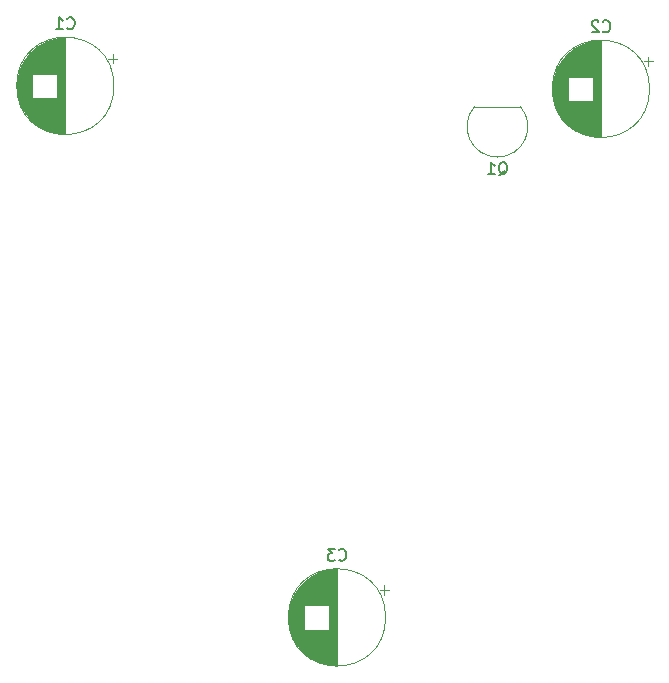
<source format=gbr>
%TF.GenerationSoftware,KiCad,Pcbnew,8.0.2*%
%TF.CreationDate,2026-02-07T14:26:08+01:00*%
%TF.ProjectId,konstantynopolitanczykowianeczka_zamieszkujaca_konstantynopol,6b6f6e73-7461-46e7-9479-6e6f706f6c69,1*%
%TF.SameCoordinates,Original*%
%TF.FileFunction,Legend,Bot*%
%TF.FilePolarity,Positive*%
%FSLAX46Y46*%
G04 Gerber Fmt 4.6, Leading zero omitted, Abs format (unit mm)*
G04 Created by KiCad (PCBNEW 8.0.2) date 2026-02-07 14:26:08*
%MOMM*%
%LPD*%
G01*
G04 APERTURE LIST*
%ADD10C,0.150000*%
%ADD11C,0.120000*%
G04 APERTURE END LIST*
D10*
X113970206Y-58310057D02*
X114065444Y-58262438D01*
X114065444Y-58262438D02*
X114160682Y-58167200D01*
X114160682Y-58167200D02*
X114303539Y-58024342D01*
X114303539Y-58024342D02*
X114398777Y-57976723D01*
X114398777Y-57976723D02*
X114494015Y-57976723D01*
X114446396Y-58214819D02*
X114541634Y-58167200D01*
X114541634Y-58167200D02*
X114636872Y-58071961D01*
X114636872Y-58071961D02*
X114684491Y-57881485D01*
X114684491Y-57881485D02*
X114684491Y-57548152D01*
X114684491Y-57548152D02*
X114636872Y-57357676D01*
X114636872Y-57357676D02*
X114541634Y-57262438D01*
X114541634Y-57262438D02*
X114446396Y-57214819D01*
X114446396Y-57214819D02*
X114255920Y-57214819D01*
X114255920Y-57214819D02*
X114160682Y-57262438D01*
X114160682Y-57262438D02*
X114065444Y-57357676D01*
X114065444Y-57357676D02*
X114017825Y-57548152D01*
X114017825Y-57548152D02*
X114017825Y-57881485D01*
X114017825Y-57881485D02*
X114065444Y-58071961D01*
X114065444Y-58071961D02*
X114160682Y-58167200D01*
X114160682Y-58167200D02*
X114255920Y-58214819D01*
X114255920Y-58214819D02*
X114446396Y-58214819D01*
X113065444Y-58214819D02*
X113636872Y-58214819D01*
X113351158Y-58214819D02*
X113351158Y-57214819D01*
X113351158Y-57214819D02*
X113446396Y-57357676D01*
X113446396Y-57357676D02*
X113541634Y-57452914D01*
X113541634Y-57452914D02*
X113636872Y-57500533D01*
X100454285Y-90859580D02*
X100501904Y-90907200D01*
X100501904Y-90907200D02*
X100644761Y-90954819D01*
X100644761Y-90954819D02*
X100739999Y-90954819D01*
X100739999Y-90954819D02*
X100882856Y-90907200D01*
X100882856Y-90907200D02*
X100978094Y-90811961D01*
X100978094Y-90811961D02*
X101025713Y-90716723D01*
X101025713Y-90716723D02*
X101073332Y-90526247D01*
X101073332Y-90526247D02*
X101073332Y-90383390D01*
X101073332Y-90383390D02*
X101025713Y-90192914D01*
X101025713Y-90192914D02*
X100978094Y-90097676D01*
X100978094Y-90097676D02*
X100882856Y-90002438D01*
X100882856Y-90002438D02*
X100739999Y-89954819D01*
X100739999Y-89954819D02*
X100644761Y-89954819D01*
X100644761Y-89954819D02*
X100501904Y-90002438D01*
X100501904Y-90002438D02*
X100454285Y-90050057D01*
X100120951Y-89954819D02*
X99501904Y-89954819D01*
X99501904Y-89954819D02*
X99835237Y-90335771D01*
X99835237Y-90335771D02*
X99692380Y-90335771D01*
X99692380Y-90335771D02*
X99597142Y-90383390D01*
X99597142Y-90383390D02*
X99549523Y-90431009D01*
X99549523Y-90431009D02*
X99501904Y-90526247D01*
X99501904Y-90526247D02*
X99501904Y-90764342D01*
X99501904Y-90764342D02*
X99549523Y-90859580D01*
X99549523Y-90859580D02*
X99597142Y-90907200D01*
X99597142Y-90907200D02*
X99692380Y-90954819D01*
X99692380Y-90954819D02*
X99978094Y-90954819D01*
X99978094Y-90954819D02*
X100073332Y-90907200D01*
X100073332Y-90907200D02*
X100120951Y-90859580D01*
X122801634Y-46109580D02*
X122849253Y-46157200D01*
X122849253Y-46157200D02*
X122992110Y-46204819D01*
X122992110Y-46204819D02*
X123087348Y-46204819D01*
X123087348Y-46204819D02*
X123230205Y-46157200D01*
X123230205Y-46157200D02*
X123325443Y-46061961D01*
X123325443Y-46061961D02*
X123373062Y-45966723D01*
X123373062Y-45966723D02*
X123420681Y-45776247D01*
X123420681Y-45776247D02*
X123420681Y-45633390D01*
X123420681Y-45633390D02*
X123373062Y-45442914D01*
X123373062Y-45442914D02*
X123325443Y-45347676D01*
X123325443Y-45347676D02*
X123230205Y-45252438D01*
X123230205Y-45252438D02*
X123087348Y-45204819D01*
X123087348Y-45204819D02*
X122992110Y-45204819D01*
X122992110Y-45204819D02*
X122849253Y-45252438D01*
X122849253Y-45252438D02*
X122801634Y-45300057D01*
X122420681Y-45300057D02*
X122373062Y-45252438D01*
X122373062Y-45252438D02*
X122277824Y-45204819D01*
X122277824Y-45204819D02*
X122039729Y-45204819D01*
X122039729Y-45204819D02*
X121944491Y-45252438D01*
X121944491Y-45252438D02*
X121896872Y-45300057D01*
X121896872Y-45300057D02*
X121849253Y-45395295D01*
X121849253Y-45395295D02*
X121849253Y-45490533D01*
X121849253Y-45490533D02*
X121896872Y-45633390D01*
X121896872Y-45633390D02*
X122468300Y-46204819D01*
X122468300Y-46204819D02*
X121849253Y-46204819D01*
X77454285Y-45859580D02*
X77501904Y-45907200D01*
X77501904Y-45907200D02*
X77644761Y-45954819D01*
X77644761Y-45954819D02*
X77739999Y-45954819D01*
X77739999Y-45954819D02*
X77882856Y-45907200D01*
X77882856Y-45907200D02*
X77978094Y-45811961D01*
X77978094Y-45811961D02*
X78025713Y-45716723D01*
X78025713Y-45716723D02*
X78073332Y-45526247D01*
X78073332Y-45526247D02*
X78073332Y-45383390D01*
X78073332Y-45383390D02*
X78025713Y-45192914D01*
X78025713Y-45192914D02*
X77978094Y-45097676D01*
X77978094Y-45097676D02*
X77882856Y-45002438D01*
X77882856Y-45002438D02*
X77739999Y-44954819D01*
X77739999Y-44954819D02*
X77644761Y-44954819D01*
X77644761Y-44954819D02*
X77501904Y-45002438D01*
X77501904Y-45002438D02*
X77454285Y-45050057D01*
X76501904Y-45954819D02*
X77073332Y-45954819D01*
X76787618Y-45954819D02*
X76787618Y-44954819D01*
X76787618Y-44954819D02*
X76882856Y-45097676D01*
X76882856Y-45097676D02*
X76978094Y-45192914D01*
X76978094Y-45192914D02*
X77073332Y-45240533D01*
D11*
%TO.C,Q1*%
X115784968Y-52500000D02*
X111934968Y-52500000D01*
X115823579Y-52509878D02*
G75*
G02*
X111934968Y-52500000I-1948611J-1690122D01*
G01*
%TO.C,C3*%
X103897317Y-93435000D02*
X104697317Y-93435000D01*
X104297317Y-93835000D02*
X104297317Y-93035000D01*
X100287619Y-99830000D02*
X100287619Y-91670000D01*
X100247619Y-99830000D02*
X100247619Y-91670000D01*
X100207619Y-99830000D02*
X100207619Y-91670000D01*
X100167619Y-99829000D02*
X100167619Y-91671000D01*
X100127619Y-99827000D02*
X100127619Y-91673000D01*
X100087619Y-99826000D02*
X100087619Y-91674000D01*
X100047619Y-99824000D02*
X100047619Y-91676000D01*
X100007619Y-99821000D02*
X100007619Y-91679000D01*
X99967619Y-99818000D02*
X99967619Y-91682000D01*
X99927619Y-99815000D02*
X99927619Y-91685000D01*
X99887619Y-99811000D02*
X99887619Y-91689000D01*
X99847619Y-99807000D02*
X99847619Y-91693000D01*
X99807619Y-99802000D02*
X99807619Y-91698000D01*
X99767619Y-99798000D02*
X99767619Y-91702000D01*
X99727619Y-99792000D02*
X99727619Y-91708000D01*
X99687619Y-99787000D02*
X99687619Y-91713000D01*
X99647619Y-99780000D02*
X99647619Y-91720000D01*
X99607619Y-99774000D02*
X99607619Y-91726000D01*
X99566619Y-94710000D02*
X99566619Y-91733000D01*
X99566619Y-99767000D02*
X99566619Y-96790000D01*
X99526619Y-94710000D02*
X99526619Y-91740000D01*
X99526619Y-99760000D02*
X99526619Y-96790000D01*
X99486619Y-94710000D02*
X99486619Y-91748000D01*
X99486619Y-99752000D02*
X99486619Y-96790000D01*
X99446619Y-94710000D02*
X99446619Y-91756000D01*
X99446619Y-99744000D02*
X99446619Y-96790000D01*
X99406619Y-94710000D02*
X99406619Y-91765000D01*
X99406619Y-99735000D02*
X99406619Y-96790000D01*
X99366619Y-94710000D02*
X99366619Y-91774000D01*
X99366619Y-99726000D02*
X99366619Y-96790000D01*
X99326619Y-94710000D02*
X99326619Y-91783000D01*
X99326619Y-99717000D02*
X99326619Y-96790000D01*
X99286619Y-94710000D02*
X99286619Y-91793000D01*
X99286619Y-99707000D02*
X99286619Y-96790000D01*
X99246619Y-94710000D02*
X99246619Y-91803000D01*
X99246619Y-99697000D02*
X99246619Y-96790000D01*
X99206619Y-94710000D02*
X99206619Y-91814000D01*
X99206619Y-99686000D02*
X99206619Y-96790000D01*
X99166619Y-94710000D02*
X99166619Y-91825000D01*
X99166619Y-99675000D02*
X99166619Y-96790000D01*
X99126619Y-94710000D02*
X99126619Y-91836000D01*
X99126619Y-99664000D02*
X99126619Y-96790000D01*
X99086619Y-94710000D02*
X99086619Y-91848000D01*
X99086619Y-99652000D02*
X99086619Y-96790000D01*
X99046619Y-94710000D02*
X99046619Y-91861000D01*
X99046619Y-99639000D02*
X99046619Y-96790000D01*
X99006619Y-94710000D02*
X99006619Y-91873000D01*
X99006619Y-99627000D02*
X99006619Y-96790000D01*
X98966619Y-94710000D02*
X98966619Y-91887000D01*
X98966619Y-99613000D02*
X98966619Y-96790000D01*
X98926619Y-94710000D02*
X98926619Y-91900000D01*
X98926619Y-99600000D02*
X98926619Y-96790000D01*
X98886619Y-94710000D02*
X98886619Y-91915000D01*
X98886619Y-99585000D02*
X98886619Y-96790000D01*
X98846619Y-94710000D02*
X98846619Y-91929000D01*
X98846619Y-99571000D02*
X98846619Y-96790000D01*
X98806619Y-94710000D02*
X98806619Y-91945000D01*
X98806619Y-99555000D02*
X98806619Y-96790000D01*
X98766619Y-94710000D02*
X98766619Y-91960000D01*
X98766619Y-99540000D02*
X98766619Y-96790000D01*
X98726619Y-94710000D02*
X98726619Y-91976000D01*
X98726619Y-99524000D02*
X98726619Y-96790000D01*
X98686619Y-94710000D02*
X98686619Y-91993000D01*
X98686619Y-99507000D02*
X98686619Y-96790000D01*
X98646619Y-94710000D02*
X98646619Y-92010000D01*
X98646619Y-99490000D02*
X98646619Y-96790000D01*
X98606619Y-94710000D02*
X98606619Y-92028000D01*
X98606619Y-99472000D02*
X98606619Y-96790000D01*
X98566619Y-94710000D02*
X98566619Y-92046000D01*
X98566619Y-99454000D02*
X98566619Y-96790000D01*
X98526619Y-94710000D02*
X98526619Y-92064000D01*
X98526619Y-99436000D02*
X98526619Y-96790000D01*
X98486619Y-94710000D02*
X98486619Y-92084000D01*
X98486619Y-99416000D02*
X98486619Y-96790000D01*
X98446619Y-94710000D02*
X98446619Y-92103000D01*
X98446619Y-99397000D02*
X98446619Y-96790000D01*
X98406619Y-94710000D02*
X98406619Y-92123000D01*
X98406619Y-99377000D02*
X98406619Y-96790000D01*
X98366619Y-94710000D02*
X98366619Y-92144000D01*
X98366619Y-99356000D02*
X98366619Y-96790000D01*
X98326619Y-94710000D02*
X98326619Y-92166000D01*
X98326619Y-99334000D02*
X98326619Y-96790000D01*
X98286619Y-94710000D02*
X98286619Y-92188000D01*
X98286619Y-99312000D02*
X98286619Y-96790000D01*
X98246619Y-94710000D02*
X98246619Y-92210000D01*
X98246619Y-99290000D02*
X98246619Y-96790000D01*
X98206619Y-94710000D02*
X98206619Y-92233000D01*
X98206619Y-99267000D02*
X98206619Y-96790000D01*
X98166619Y-94710000D02*
X98166619Y-92257000D01*
X98166619Y-99243000D02*
X98166619Y-96790000D01*
X98126619Y-94710000D02*
X98126619Y-92281000D01*
X98126619Y-99219000D02*
X98126619Y-96790000D01*
X98086619Y-94710000D02*
X98086619Y-92306000D01*
X98086619Y-99194000D02*
X98086619Y-96790000D01*
X98046619Y-94710000D02*
X98046619Y-92332000D01*
X98046619Y-99168000D02*
X98046619Y-96790000D01*
X98006619Y-94710000D02*
X98006619Y-92358000D01*
X98006619Y-99142000D02*
X98006619Y-96790000D01*
X97966619Y-94710000D02*
X97966619Y-92385000D01*
X97966619Y-99115000D02*
X97966619Y-96790000D01*
X97926619Y-94710000D02*
X97926619Y-92412000D01*
X97926619Y-99088000D02*
X97926619Y-96790000D01*
X97886619Y-94710000D02*
X97886619Y-92441000D01*
X97886619Y-99059000D02*
X97886619Y-96790000D01*
X97846619Y-94710000D02*
X97846619Y-92470000D01*
X97846619Y-99030000D02*
X97846619Y-96790000D01*
X97806619Y-94710000D02*
X97806619Y-92500000D01*
X97806619Y-99000000D02*
X97806619Y-96790000D01*
X97766619Y-94710000D02*
X97766619Y-92530000D01*
X97766619Y-98970000D02*
X97766619Y-96790000D01*
X97726619Y-94710000D02*
X97726619Y-92561000D01*
X97726619Y-98939000D02*
X97726619Y-96790000D01*
X97686619Y-94710000D02*
X97686619Y-92594000D01*
X97686619Y-98906000D02*
X97686619Y-96790000D01*
X97646619Y-94710000D02*
X97646619Y-92626000D01*
X97646619Y-98874000D02*
X97646619Y-96790000D01*
X97606619Y-94710000D02*
X97606619Y-92660000D01*
X97606619Y-98840000D02*
X97606619Y-96790000D01*
X97566619Y-94710000D02*
X97566619Y-92695000D01*
X97566619Y-98805000D02*
X97566619Y-96790000D01*
X97526619Y-94710000D02*
X97526619Y-92731000D01*
X97526619Y-98769000D02*
X97526619Y-96790000D01*
X97486619Y-98733000D02*
X97486619Y-92767000D01*
X97446619Y-98695000D02*
X97446619Y-92805000D01*
X97406619Y-98657000D02*
X97406619Y-92843000D01*
X97366619Y-98617000D02*
X97366619Y-92883000D01*
X97326619Y-98576000D02*
X97326619Y-92924000D01*
X97286619Y-98534000D02*
X97286619Y-92966000D01*
X97246619Y-98491000D02*
X97246619Y-93009000D01*
X97206619Y-98447000D02*
X97206619Y-93053000D01*
X97166619Y-98401000D02*
X97166619Y-93099000D01*
X97126619Y-98354000D02*
X97126619Y-93146000D01*
X97086619Y-98306000D02*
X97086619Y-93194000D01*
X97046619Y-98255000D02*
X97046619Y-93245000D01*
X97006619Y-98204000D02*
X97006619Y-93296000D01*
X96966619Y-98150000D02*
X96966619Y-93350000D01*
X96926619Y-98095000D02*
X96926619Y-93405000D01*
X96886619Y-98037000D02*
X96886619Y-93463000D01*
X96846619Y-97978000D02*
X96846619Y-93522000D01*
X96806619Y-97916000D02*
X96806619Y-93584000D01*
X96766619Y-97852000D02*
X96766619Y-93648000D01*
X96726619Y-97784000D02*
X96726619Y-93716000D01*
X96686619Y-97714000D02*
X96686619Y-93786000D01*
X96646619Y-97640000D02*
X96646619Y-93860000D01*
X96606619Y-97563000D02*
X96606619Y-93937000D01*
X96566619Y-97481000D02*
X96566619Y-94019000D01*
X96526619Y-97395000D02*
X96526619Y-94105000D01*
X96486619Y-97302000D02*
X96486619Y-94198000D01*
X96446619Y-97203000D02*
X96446619Y-94297000D01*
X96406619Y-97096000D02*
X96406619Y-94404000D01*
X96366619Y-96979000D02*
X96366619Y-94521000D01*
X96326619Y-96848000D02*
X96326619Y-94652000D01*
X96286619Y-96698000D02*
X96286619Y-94802000D01*
X96246619Y-96518000D02*
X96246619Y-94982000D01*
X96206619Y-96283000D02*
X96206619Y-95217000D01*
X104407619Y-95750000D02*
G75*
G02*
X96167619Y-95750000I-4120000J0D01*
G01*
X96167619Y-95750000D02*
G75*
G02*
X104407619Y-95750000I4120000J0D01*
G01*
%TO.C,C2*%
X126244666Y-48685000D02*
X127044666Y-48685000D01*
X126644666Y-49085000D02*
X126644666Y-48285000D01*
X122634968Y-55080000D02*
X122634968Y-46920000D01*
X122594968Y-55080000D02*
X122594968Y-46920000D01*
X122554968Y-55080000D02*
X122554968Y-46920000D01*
X122514968Y-55079000D02*
X122514968Y-46921000D01*
X122474968Y-55077000D02*
X122474968Y-46923000D01*
X122434968Y-55076000D02*
X122434968Y-46924000D01*
X122394968Y-55074000D02*
X122394968Y-46926000D01*
X122354968Y-55071000D02*
X122354968Y-46929000D01*
X122314968Y-55068000D02*
X122314968Y-46932000D01*
X122274968Y-55065000D02*
X122274968Y-46935000D01*
X122234968Y-55061000D02*
X122234968Y-46939000D01*
X122194968Y-55057000D02*
X122194968Y-46943000D01*
X122154968Y-55052000D02*
X122154968Y-46948000D01*
X122114968Y-55048000D02*
X122114968Y-46952000D01*
X122074968Y-55042000D02*
X122074968Y-46958000D01*
X122034968Y-55037000D02*
X122034968Y-46963000D01*
X121994968Y-55030000D02*
X121994968Y-46970000D01*
X121954968Y-55024000D02*
X121954968Y-46976000D01*
X121913968Y-49960000D02*
X121913968Y-46983000D01*
X121913968Y-55017000D02*
X121913968Y-52040000D01*
X121873968Y-49960000D02*
X121873968Y-46990000D01*
X121873968Y-55010000D02*
X121873968Y-52040000D01*
X121833968Y-49960000D02*
X121833968Y-46998000D01*
X121833968Y-55002000D02*
X121833968Y-52040000D01*
X121793968Y-49960000D02*
X121793968Y-47006000D01*
X121793968Y-54994000D02*
X121793968Y-52040000D01*
X121753968Y-49960000D02*
X121753968Y-47015000D01*
X121753968Y-54985000D02*
X121753968Y-52040000D01*
X121713968Y-49960000D02*
X121713968Y-47024000D01*
X121713968Y-54976000D02*
X121713968Y-52040000D01*
X121673968Y-49960000D02*
X121673968Y-47033000D01*
X121673968Y-54967000D02*
X121673968Y-52040000D01*
X121633968Y-49960000D02*
X121633968Y-47043000D01*
X121633968Y-54957000D02*
X121633968Y-52040000D01*
X121593968Y-49960000D02*
X121593968Y-47053000D01*
X121593968Y-54947000D02*
X121593968Y-52040000D01*
X121553968Y-49960000D02*
X121553968Y-47064000D01*
X121553968Y-54936000D02*
X121553968Y-52040000D01*
X121513968Y-49960000D02*
X121513968Y-47075000D01*
X121513968Y-54925000D02*
X121513968Y-52040000D01*
X121473968Y-49960000D02*
X121473968Y-47086000D01*
X121473968Y-54914000D02*
X121473968Y-52040000D01*
X121433968Y-49960000D02*
X121433968Y-47098000D01*
X121433968Y-54902000D02*
X121433968Y-52040000D01*
X121393968Y-49960000D02*
X121393968Y-47111000D01*
X121393968Y-54889000D02*
X121393968Y-52040000D01*
X121353968Y-49960000D02*
X121353968Y-47123000D01*
X121353968Y-54877000D02*
X121353968Y-52040000D01*
X121313968Y-49960000D02*
X121313968Y-47137000D01*
X121313968Y-54863000D02*
X121313968Y-52040000D01*
X121273968Y-49960000D02*
X121273968Y-47150000D01*
X121273968Y-54850000D02*
X121273968Y-52040000D01*
X121233968Y-49960000D02*
X121233968Y-47165000D01*
X121233968Y-54835000D02*
X121233968Y-52040000D01*
X121193968Y-49960000D02*
X121193968Y-47179000D01*
X121193968Y-54821000D02*
X121193968Y-52040000D01*
X121153968Y-49960000D02*
X121153968Y-47195000D01*
X121153968Y-54805000D02*
X121153968Y-52040000D01*
X121113968Y-49960000D02*
X121113968Y-47210000D01*
X121113968Y-54790000D02*
X121113968Y-52040000D01*
X121073968Y-49960000D02*
X121073968Y-47226000D01*
X121073968Y-54774000D02*
X121073968Y-52040000D01*
X121033968Y-49960000D02*
X121033968Y-47243000D01*
X121033968Y-54757000D02*
X121033968Y-52040000D01*
X120993968Y-49960000D02*
X120993968Y-47260000D01*
X120993968Y-54740000D02*
X120993968Y-52040000D01*
X120953968Y-49960000D02*
X120953968Y-47278000D01*
X120953968Y-54722000D02*
X120953968Y-52040000D01*
X120913968Y-49960000D02*
X120913968Y-47296000D01*
X120913968Y-54704000D02*
X120913968Y-52040000D01*
X120873968Y-49960000D02*
X120873968Y-47314000D01*
X120873968Y-54686000D02*
X120873968Y-52040000D01*
X120833968Y-49960000D02*
X120833968Y-47334000D01*
X120833968Y-54666000D02*
X120833968Y-52040000D01*
X120793968Y-49960000D02*
X120793968Y-47353000D01*
X120793968Y-54647000D02*
X120793968Y-52040000D01*
X120753968Y-49960000D02*
X120753968Y-47373000D01*
X120753968Y-54627000D02*
X120753968Y-52040000D01*
X120713968Y-49960000D02*
X120713968Y-47394000D01*
X120713968Y-54606000D02*
X120713968Y-52040000D01*
X120673968Y-49960000D02*
X120673968Y-47416000D01*
X120673968Y-54584000D02*
X120673968Y-52040000D01*
X120633968Y-49960000D02*
X120633968Y-47438000D01*
X120633968Y-54562000D02*
X120633968Y-52040000D01*
X120593968Y-49960000D02*
X120593968Y-47460000D01*
X120593968Y-54540000D02*
X120593968Y-52040000D01*
X120553968Y-49960000D02*
X120553968Y-47483000D01*
X120553968Y-54517000D02*
X120553968Y-52040000D01*
X120513968Y-49960000D02*
X120513968Y-47507000D01*
X120513968Y-54493000D02*
X120513968Y-52040000D01*
X120473968Y-49960000D02*
X120473968Y-47531000D01*
X120473968Y-54469000D02*
X120473968Y-52040000D01*
X120433968Y-49960000D02*
X120433968Y-47556000D01*
X120433968Y-54444000D02*
X120433968Y-52040000D01*
X120393968Y-49960000D02*
X120393968Y-47582000D01*
X120393968Y-54418000D02*
X120393968Y-52040000D01*
X120353968Y-49960000D02*
X120353968Y-47608000D01*
X120353968Y-54392000D02*
X120353968Y-52040000D01*
X120313968Y-49960000D02*
X120313968Y-47635000D01*
X120313968Y-54365000D02*
X120313968Y-52040000D01*
X120273968Y-49960000D02*
X120273968Y-47662000D01*
X120273968Y-54338000D02*
X120273968Y-52040000D01*
X120233968Y-49960000D02*
X120233968Y-47691000D01*
X120233968Y-54309000D02*
X120233968Y-52040000D01*
X120193968Y-49960000D02*
X120193968Y-47720000D01*
X120193968Y-54280000D02*
X120193968Y-52040000D01*
X120153968Y-49960000D02*
X120153968Y-47750000D01*
X120153968Y-54250000D02*
X120153968Y-52040000D01*
X120113968Y-49960000D02*
X120113968Y-47780000D01*
X120113968Y-54220000D02*
X120113968Y-52040000D01*
X120073968Y-49960000D02*
X120073968Y-47811000D01*
X120073968Y-54189000D02*
X120073968Y-52040000D01*
X120033968Y-49960000D02*
X120033968Y-47844000D01*
X120033968Y-54156000D02*
X120033968Y-52040000D01*
X119993968Y-49960000D02*
X119993968Y-47876000D01*
X119993968Y-54124000D02*
X119993968Y-52040000D01*
X119953968Y-49960000D02*
X119953968Y-47910000D01*
X119953968Y-54090000D02*
X119953968Y-52040000D01*
X119913968Y-49960000D02*
X119913968Y-47945000D01*
X119913968Y-54055000D02*
X119913968Y-52040000D01*
X119873968Y-49960000D02*
X119873968Y-47981000D01*
X119873968Y-54019000D02*
X119873968Y-52040000D01*
X119833968Y-53983000D02*
X119833968Y-48017000D01*
X119793968Y-53945000D02*
X119793968Y-48055000D01*
X119753968Y-53907000D02*
X119753968Y-48093000D01*
X119713968Y-53867000D02*
X119713968Y-48133000D01*
X119673968Y-53826000D02*
X119673968Y-48174000D01*
X119633968Y-53784000D02*
X119633968Y-48216000D01*
X119593968Y-53741000D02*
X119593968Y-48259000D01*
X119553968Y-53697000D02*
X119553968Y-48303000D01*
X119513968Y-53651000D02*
X119513968Y-48349000D01*
X119473968Y-53604000D02*
X119473968Y-48396000D01*
X119433968Y-53556000D02*
X119433968Y-48444000D01*
X119393968Y-53505000D02*
X119393968Y-48495000D01*
X119353968Y-53454000D02*
X119353968Y-48546000D01*
X119313968Y-53400000D02*
X119313968Y-48600000D01*
X119273968Y-53345000D02*
X119273968Y-48655000D01*
X119233968Y-53287000D02*
X119233968Y-48713000D01*
X119193968Y-53228000D02*
X119193968Y-48772000D01*
X119153968Y-53166000D02*
X119153968Y-48834000D01*
X119113968Y-53102000D02*
X119113968Y-48898000D01*
X119073968Y-53034000D02*
X119073968Y-48966000D01*
X119033968Y-52964000D02*
X119033968Y-49036000D01*
X118993968Y-52890000D02*
X118993968Y-49110000D01*
X118953968Y-52813000D02*
X118953968Y-49187000D01*
X118913968Y-52731000D02*
X118913968Y-49269000D01*
X118873968Y-52645000D02*
X118873968Y-49355000D01*
X118833968Y-52552000D02*
X118833968Y-49448000D01*
X118793968Y-52453000D02*
X118793968Y-49547000D01*
X118753968Y-52346000D02*
X118753968Y-49654000D01*
X118713968Y-52229000D02*
X118713968Y-49771000D01*
X118673968Y-52098000D02*
X118673968Y-49902000D01*
X118633968Y-51948000D02*
X118633968Y-50052000D01*
X118593968Y-51768000D02*
X118593968Y-50232000D01*
X118553968Y-51533000D02*
X118553968Y-50467000D01*
X126754968Y-51000000D02*
G75*
G02*
X118514968Y-51000000I-4120000J0D01*
G01*
X118514968Y-51000000D02*
G75*
G02*
X126754968Y-51000000I4120000J0D01*
G01*
%TO.C,C1*%
X80897317Y-48435000D02*
X81697317Y-48435000D01*
X81297317Y-48835000D02*
X81297317Y-48035000D01*
X77287619Y-54830000D02*
X77287619Y-46670000D01*
X77247619Y-54830000D02*
X77247619Y-46670000D01*
X77207619Y-54830000D02*
X77207619Y-46670000D01*
X77167619Y-54829000D02*
X77167619Y-46671000D01*
X77127619Y-54827000D02*
X77127619Y-46673000D01*
X77087619Y-54826000D02*
X77087619Y-46674000D01*
X77047619Y-54824000D02*
X77047619Y-46676000D01*
X77007619Y-54821000D02*
X77007619Y-46679000D01*
X76967619Y-54818000D02*
X76967619Y-46682000D01*
X76927619Y-54815000D02*
X76927619Y-46685000D01*
X76887619Y-54811000D02*
X76887619Y-46689000D01*
X76847619Y-54807000D02*
X76847619Y-46693000D01*
X76807619Y-54802000D02*
X76807619Y-46698000D01*
X76767619Y-54798000D02*
X76767619Y-46702000D01*
X76727619Y-54792000D02*
X76727619Y-46708000D01*
X76687619Y-54787000D02*
X76687619Y-46713000D01*
X76647619Y-54780000D02*
X76647619Y-46720000D01*
X76607619Y-54774000D02*
X76607619Y-46726000D01*
X76566619Y-49710000D02*
X76566619Y-46733000D01*
X76566619Y-54767000D02*
X76566619Y-51790000D01*
X76526619Y-49710000D02*
X76526619Y-46740000D01*
X76526619Y-54760000D02*
X76526619Y-51790000D01*
X76486619Y-49710000D02*
X76486619Y-46748000D01*
X76486619Y-54752000D02*
X76486619Y-51790000D01*
X76446619Y-49710000D02*
X76446619Y-46756000D01*
X76446619Y-54744000D02*
X76446619Y-51790000D01*
X76406619Y-49710000D02*
X76406619Y-46765000D01*
X76406619Y-54735000D02*
X76406619Y-51790000D01*
X76366619Y-49710000D02*
X76366619Y-46774000D01*
X76366619Y-54726000D02*
X76366619Y-51790000D01*
X76326619Y-49710000D02*
X76326619Y-46783000D01*
X76326619Y-54717000D02*
X76326619Y-51790000D01*
X76286619Y-49710000D02*
X76286619Y-46793000D01*
X76286619Y-54707000D02*
X76286619Y-51790000D01*
X76246619Y-49710000D02*
X76246619Y-46803000D01*
X76246619Y-54697000D02*
X76246619Y-51790000D01*
X76206619Y-49710000D02*
X76206619Y-46814000D01*
X76206619Y-54686000D02*
X76206619Y-51790000D01*
X76166619Y-49710000D02*
X76166619Y-46825000D01*
X76166619Y-54675000D02*
X76166619Y-51790000D01*
X76126619Y-49710000D02*
X76126619Y-46836000D01*
X76126619Y-54664000D02*
X76126619Y-51790000D01*
X76086619Y-49710000D02*
X76086619Y-46848000D01*
X76086619Y-54652000D02*
X76086619Y-51790000D01*
X76046619Y-49710000D02*
X76046619Y-46861000D01*
X76046619Y-54639000D02*
X76046619Y-51790000D01*
X76006619Y-49710000D02*
X76006619Y-46873000D01*
X76006619Y-54627000D02*
X76006619Y-51790000D01*
X75966619Y-49710000D02*
X75966619Y-46887000D01*
X75966619Y-54613000D02*
X75966619Y-51790000D01*
X75926619Y-49710000D02*
X75926619Y-46900000D01*
X75926619Y-54600000D02*
X75926619Y-51790000D01*
X75886619Y-49710000D02*
X75886619Y-46915000D01*
X75886619Y-54585000D02*
X75886619Y-51790000D01*
X75846619Y-49710000D02*
X75846619Y-46929000D01*
X75846619Y-54571000D02*
X75846619Y-51790000D01*
X75806619Y-49710000D02*
X75806619Y-46945000D01*
X75806619Y-54555000D02*
X75806619Y-51790000D01*
X75766619Y-49710000D02*
X75766619Y-46960000D01*
X75766619Y-54540000D02*
X75766619Y-51790000D01*
X75726619Y-49710000D02*
X75726619Y-46976000D01*
X75726619Y-54524000D02*
X75726619Y-51790000D01*
X75686619Y-49710000D02*
X75686619Y-46993000D01*
X75686619Y-54507000D02*
X75686619Y-51790000D01*
X75646619Y-49710000D02*
X75646619Y-47010000D01*
X75646619Y-54490000D02*
X75646619Y-51790000D01*
X75606619Y-49710000D02*
X75606619Y-47028000D01*
X75606619Y-54472000D02*
X75606619Y-51790000D01*
X75566619Y-49710000D02*
X75566619Y-47046000D01*
X75566619Y-54454000D02*
X75566619Y-51790000D01*
X75526619Y-49710000D02*
X75526619Y-47064000D01*
X75526619Y-54436000D02*
X75526619Y-51790000D01*
X75486619Y-49710000D02*
X75486619Y-47084000D01*
X75486619Y-54416000D02*
X75486619Y-51790000D01*
X75446619Y-49710000D02*
X75446619Y-47103000D01*
X75446619Y-54397000D02*
X75446619Y-51790000D01*
X75406619Y-49710000D02*
X75406619Y-47123000D01*
X75406619Y-54377000D02*
X75406619Y-51790000D01*
X75366619Y-49710000D02*
X75366619Y-47144000D01*
X75366619Y-54356000D02*
X75366619Y-51790000D01*
X75326619Y-49710000D02*
X75326619Y-47166000D01*
X75326619Y-54334000D02*
X75326619Y-51790000D01*
X75286619Y-49710000D02*
X75286619Y-47188000D01*
X75286619Y-54312000D02*
X75286619Y-51790000D01*
X75246619Y-49710000D02*
X75246619Y-47210000D01*
X75246619Y-54290000D02*
X75246619Y-51790000D01*
X75206619Y-49710000D02*
X75206619Y-47233000D01*
X75206619Y-54267000D02*
X75206619Y-51790000D01*
X75166619Y-49710000D02*
X75166619Y-47257000D01*
X75166619Y-54243000D02*
X75166619Y-51790000D01*
X75126619Y-49710000D02*
X75126619Y-47281000D01*
X75126619Y-54219000D02*
X75126619Y-51790000D01*
X75086619Y-49710000D02*
X75086619Y-47306000D01*
X75086619Y-54194000D02*
X75086619Y-51790000D01*
X75046619Y-49710000D02*
X75046619Y-47332000D01*
X75046619Y-54168000D02*
X75046619Y-51790000D01*
X75006619Y-49710000D02*
X75006619Y-47358000D01*
X75006619Y-54142000D02*
X75006619Y-51790000D01*
X74966619Y-49710000D02*
X74966619Y-47385000D01*
X74966619Y-54115000D02*
X74966619Y-51790000D01*
X74926619Y-49710000D02*
X74926619Y-47412000D01*
X74926619Y-54088000D02*
X74926619Y-51790000D01*
X74886619Y-49710000D02*
X74886619Y-47441000D01*
X74886619Y-54059000D02*
X74886619Y-51790000D01*
X74846619Y-49710000D02*
X74846619Y-47470000D01*
X74846619Y-54030000D02*
X74846619Y-51790000D01*
X74806619Y-49710000D02*
X74806619Y-47500000D01*
X74806619Y-54000000D02*
X74806619Y-51790000D01*
X74766619Y-49710000D02*
X74766619Y-47530000D01*
X74766619Y-53970000D02*
X74766619Y-51790000D01*
X74726619Y-49710000D02*
X74726619Y-47561000D01*
X74726619Y-53939000D02*
X74726619Y-51790000D01*
X74686619Y-49710000D02*
X74686619Y-47594000D01*
X74686619Y-53906000D02*
X74686619Y-51790000D01*
X74646619Y-49710000D02*
X74646619Y-47626000D01*
X74646619Y-53874000D02*
X74646619Y-51790000D01*
X74606619Y-49710000D02*
X74606619Y-47660000D01*
X74606619Y-53840000D02*
X74606619Y-51790000D01*
X74566619Y-49710000D02*
X74566619Y-47695000D01*
X74566619Y-53805000D02*
X74566619Y-51790000D01*
X74526619Y-49710000D02*
X74526619Y-47731000D01*
X74526619Y-53769000D02*
X74526619Y-51790000D01*
X74486619Y-53733000D02*
X74486619Y-47767000D01*
X74446619Y-53695000D02*
X74446619Y-47805000D01*
X74406619Y-53657000D02*
X74406619Y-47843000D01*
X74366619Y-53617000D02*
X74366619Y-47883000D01*
X74326619Y-53576000D02*
X74326619Y-47924000D01*
X74286619Y-53534000D02*
X74286619Y-47966000D01*
X74246619Y-53491000D02*
X74246619Y-48009000D01*
X74206619Y-53447000D02*
X74206619Y-48053000D01*
X74166619Y-53401000D02*
X74166619Y-48099000D01*
X74126619Y-53354000D02*
X74126619Y-48146000D01*
X74086619Y-53306000D02*
X74086619Y-48194000D01*
X74046619Y-53255000D02*
X74046619Y-48245000D01*
X74006619Y-53204000D02*
X74006619Y-48296000D01*
X73966619Y-53150000D02*
X73966619Y-48350000D01*
X73926619Y-53095000D02*
X73926619Y-48405000D01*
X73886619Y-53037000D02*
X73886619Y-48463000D01*
X73846619Y-52978000D02*
X73846619Y-48522000D01*
X73806619Y-52916000D02*
X73806619Y-48584000D01*
X73766619Y-52852000D02*
X73766619Y-48648000D01*
X73726619Y-52784000D02*
X73726619Y-48716000D01*
X73686619Y-52714000D02*
X73686619Y-48786000D01*
X73646619Y-52640000D02*
X73646619Y-48860000D01*
X73606619Y-52563000D02*
X73606619Y-48937000D01*
X73566619Y-52481000D02*
X73566619Y-49019000D01*
X73526619Y-52395000D02*
X73526619Y-49105000D01*
X73486619Y-52302000D02*
X73486619Y-49198000D01*
X73446619Y-52203000D02*
X73446619Y-49297000D01*
X73406619Y-52096000D02*
X73406619Y-49404000D01*
X73366619Y-51979000D02*
X73366619Y-49521000D01*
X73326619Y-51848000D02*
X73326619Y-49652000D01*
X73286619Y-51698000D02*
X73286619Y-49802000D01*
X73246619Y-51518000D02*
X73246619Y-49982000D01*
X73206619Y-51283000D02*
X73206619Y-50217000D01*
X81407619Y-50750000D02*
G75*
G02*
X73167619Y-50750000I-4120000J0D01*
G01*
X73167619Y-50750000D02*
G75*
G02*
X81407619Y-50750000I4120000J0D01*
G01*
%TD*%
M02*

</source>
